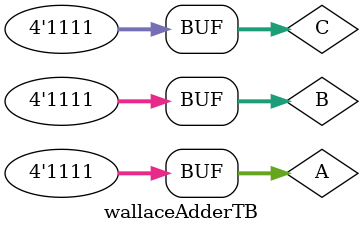
<source format=v>
`timescale 1ns / 1ps


module wallaceAdderTB;
reg [3:0]A,B,C;
wire [5:0]S;

wallaceAdder uut(
        .A(A),
        .B(B),
        .C(C),
        .S(S));

initial begin
    A <= 4'b0000;
    B <= 4'b0000;
    C <= 4'b0000;
end
   
always begin
    A <= 4'b0001;
    B <= 4'b0010;
    C <= 4'b0100;
    #10;
    A <= 4'b1001;
    B <= 4'b1100;
    C <= 4'b1111;
    #10;
    A <= 4'b1111;
    B <= 4'b1111;
    C <= 4'b1111;
    #10;
end

endmodule

</source>
